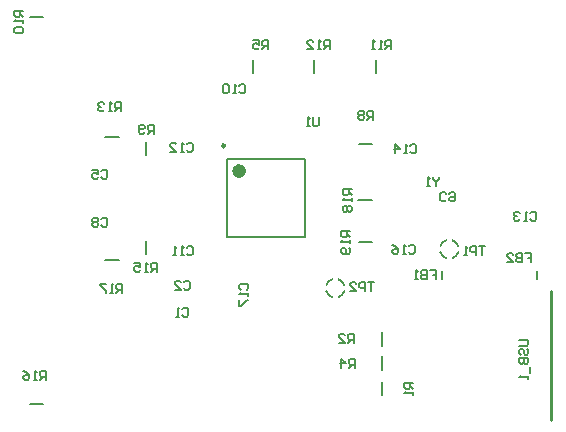
<source format=gbo>
%FSLAX24Y24*%
%MOIN*%
G70*
G01*
G75*
G04 Layer_Color=32896*
%ADD10R,0.0433X0.0492*%
%ADD11R,0.0512X0.0610*%
%ADD12R,0.0512X0.0394*%
%ADD13R,0.0866X0.0374*%
%ADD14R,0.0551X0.0472*%
%ADD15C,0.0120*%
%ADD16C,0.0100*%
%ADD17C,0.0340*%
%ADD18C,0.0532*%
%ADD19R,0.0532X0.0532*%
%ADD20C,0.0591*%
%ADD21R,0.0591X0.0591*%
%ADD22C,0.1100*%
%ADD23C,0.0540*%
%ADD24C,0.0787*%
%ADD25C,0.0689*%
%ADD26R,0.0866X0.0866*%
%ADD27C,0.1654*%
%ADD28C,0.1220*%
%ADD29C,0.0500*%
%ADD30C,0.0300*%
%ADD31C,0.0250*%
%ADD32R,0.0394X0.0512*%
%ADD33O,0.0217X0.0630*%
%ADD34O,0.0630X0.0217*%
%ADD35R,0.0433X0.0551*%
%ADD36R,0.0551X0.0433*%
%ADD37R,0.0472X0.0551*%
%ADD38R,0.0315X0.0354*%
%ADD39R,0.0980X0.0790*%
%ADD40R,0.0940X0.0200*%
%ADD41C,0.0200*%
%ADD42C,0.0150*%
%ADD43C,0.0500*%
%ADD44C,0.0079*%
%ADD45C,0.0050*%
%ADD46C,0.0059*%
%ADD47C,0.0059*%
%ADD48R,0.0513X0.0572*%
%ADD49R,0.0592X0.0690*%
%ADD50R,0.0592X0.0474*%
%ADD51R,0.0946X0.0454*%
%ADD52R,0.0631X0.0552*%
%ADD53C,0.0420*%
%ADD54C,0.0612*%
%ADD55R,0.0612X0.0612*%
%ADD56C,0.0671*%
%ADD57R,0.0671X0.0671*%
%ADD58C,0.1180*%
%ADD59C,0.0620*%
%ADD60C,0.0867*%
%ADD61C,0.0769*%
%ADD62R,0.0946X0.0946*%
%ADD63C,0.1734*%
%ADD64C,0.1300*%
%ADD65C,0.0580*%
%ADD66C,0.0380*%
%ADD67R,0.0474X0.0592*%
%ADD68O,0.0297X0.0710*%
%ADD69O,0.0710X0.0297*%
%ADD70R,0.0513X0.0631*%
%ADD71R,0.0631X0.0513*%
%ADD72R,0.0552X0.0631*%
%ADD73R,0.0395X0.0434*%
%ADD74R,0.1060X0.0870*%
%ADD75R,0.1020X0.0280*%
%ADD76C,0.0080*%
%ADD77C,0.0098*%
%ADD78C,0.0236*%
D16*
X40090Y28000D02*
Y32300D01*
D44*
X33683Y37200D02*
X34117D01*
X33683Y33950D02*
X34117D01*
X32200Y39583D02*
Y40017D01*
X29301Y36699D02*
X31899D01*
X29301Y34101D02*
X31899D01*
X29301D02*
Y36699D01*
X31899Y34101D02*
Y36699D01*
X34250Y39583D02*
Y40017D01*
X34450Y30464D02*
Y30936D01*
X39611Y32712D02*
Y32988D01*
X36449Y32712D02*
Y32988D01*
X34450Y29664D02*
Y30136D01*
Y28833D02*
Y29267D01*
X25214Y33350D02*
X25686D01*
X26600Y33527D02*
Y33960D01*
X25214Y37450D02*
X25686D01*
X26600Y36840D02*
Y37273D01*
X30150Y39583D02*
Y40017D01*
X33664Y35350D02*
X34136D01*
X22733Y28550D02*
X23167D01*
X22733Y41450D02*
X23167D01*
D45*
X27800Y31700D02*
X27850Y31750D01*
X27950D01*
X28000Y31700D01*
Y31500D01*
X27950Y31450D01*
X27850D01*
X27800Y31500D01*
X27700Y31450D02*
X27600D01*
X27650D01*
Y31750D01*
X27700Y31700D01*
X27850Y32600D02*
X27900Y32650D01*
X28000D01*
X28050Y32600D01*
Y32400D01*
X28000Y32350D01*
X27900D01*
X27850Y32400D01*
X27550Y32350D02*
X27750D01*
X27550Y32550D01*
Y32600D01*
X27600Y32650D01*
X27700D01*
X27750Y32600D01*
X25100Y36300D02*
X25150Y36350D01*
X25250D01*
X25300Y36300D01*
Y36100D01*
X25250Y36050D01*
X25150D01*
X25100Y36100D01*
X24800Y36350D02*
X25000D01*
Y36200D01*
X24900Y36250D01*
X24850D01*
X24800Y36200D01*
Y36100D01*
X24850Y36050D01*
X24950D01*
X25000Y36100D01*
X25100Y34700D02*
X25150Y34750D01*
X25250D01*
X25300Y34700D01*
Y34500D01*
X25250Y34450D01*
X25150D01*
X25100Y34500D01*
X25000Y34700D02*
X24950Y34750D01*
X24850D01*
X24800Y34700D01*
Y34650D01*
X24850Y34600D01*
X24800Y34550D01*
Y34500D01*
X24850Y34450D01*
X24950D01*
X25000Y34500D01*
Y34550D01*
X24950Y34600D01*
X25000Y34650D01*
Y34700D01*
X24950Y34600D02*
X24850D01*
X36600Y35340D02*
X36550Y35290D01*
X36450D01*
X36400Y35340D01*
Y35540D01*
X36450Y35590D01*
X36550D01*
X36600Y35540D01*
X36700D02*
X36750Y35590D01*
X36850D01*
X36900Y35540D01*
Y35340D01*
X36850Y35290D01*
X36750D01*
X36700Y35340D01*
Y35390D01*
X36750Y35440D01*
X36900D01*
X29700Y39150D02*
X29750Y39200D01*
X29850D01*
X29900Y39150D01*
Y38950D01*
X29850Y38900D01*
X29750D01*
X29700Y38950D01*
X29600Y38900D02*
X29500D01*
X29550D01*
Y39200D01*
X29600Y39150D01*
X29350D02*
X29300Y39200D01*
X29200D01*
X29150Y39150D01*
Y38950D01*
X29200Y38900D01*
X29300D01*
X29350Y38950D01*
Y39150D01*
X27950Y33750D02*
X28000Y33800D01*
X28100D01*
X28150Y33750D01*
Y33550D01*
X28100Y33500D01*
X28000D01*
X27950Y33550D01*
X27850Y33500D02*
X27750D01*
X27800D01*
Y33800D01*
X27850Y33750D01*
X27600Y33500D02*
X27500D01*
X27550D01*
Y33800D01*
X27600Y33750D01*
X27950Y37200D02*
X28000Y37250D01*
X28100D01*
X28150Y37200D01*
Y37000D01*
X28100Y36950D01*
X28000D01*
X27950Y37000D01*
X27850Y36950D02*
X27750D01*
X27800D01*
Y37250D01*
X27850Y37200D01*
X27400Y36950D02*
X27600D01*
X27400Y37150D01*
Y37200D01*
X27450Y37250D01*
X27550D01*
X27600Y37200D01*
X39400Y34900D02*
X39450Y34950D01*
X39550D01*
X39600Y34900D01*
Y34700D01*
X39550Y34650D01*
X39450D01*
X39400Y34700D01*
X39300Y34650D02*
X39200D01*
X39250D01*
Y34950D01*
X39300Y34900D01*
X39050D02*
X39000Y34950D01*
X38900D01*
X38850Y34900D01*
Y34850D01*
X38900Y34800D01*
X38950D01*
X38900D01*
X38850Y34750D01*
Y34700D01*
X38900Y34650D01*
X39000D01*
X39050Y34700D01*
X35400Y37150D02*
X35450Y37200D01*
X35550D01*
X35600Y37150D01*
Y36950D01*
X35550Y36900D01*
X35450D01*
X35400Y36950D01*
X35300Y36900D02*
X35200D01*
X35250D01*
Y37200D01*
X35300Y37150D01*
X34900Y36900D02*
Y37200D01*
X35050Y37050D01*
X34850D01*
X35350Y33800D02*
X35400Y33850D01*
X35500D01*
X35550Y33800D01*
Y33600D01*
X35500Y33550D01*
X35400D01*
X35350Y33600D01*
X35250Y33550D02*
X35150D01*
X35200D01*
Y33850D01*
X35250Y33800D01*
X34800Y33850D02*
X34900Y33800D01*
X35000Y33700D01*
Y33600D01*
X34950Y33550D01*
X34850D01*
X34800Y33600D01*
Y33650D01*
X34850Y33700D01*
X35000D01*
X29750Y32350D02*
X29700Y32400D01*
Y32500D01*
X29750Y32550D01*
X29950D01*
X30000Y32500D01*
Y32400D01*
X29950Y32350D01*
X30000Y32250D02*
Y32150D01*
Y32200D01*
X29700D01*
X29750Y32250D01*
X29700Y32000D02*
Y31800D01*
X29750D01*
X29950Y32000D01*
X30000D01*
X36050Y33000D02*
X36250D01*
Y32850D01*
X36150D01*
X36250D01*
Y32700D01*
X35950Y33000D02*
Y32700D01*
X35800D01*
X35750Y32750D01*
Y32800D01*
X35800Y32850D01*
X35950D01*
X35800D01*
X35750Y32900D01*
Y32950D01*
X35800Y33000D01*
X35950D01*
X35650Y32700D02*
X35550D01*
X35600D01*
Y33000D01*
X35650Y32950D01*
X39240Y33560D02*
X39440D01*
Y33410D01*
X39340D01*
X39440D01*
Y33260D01*
X39140Y33560D02*
Y33260D01*
X38990D01*
X38940Y33310D01*
Y33360D01*
X38990Y33410D01*
X39140D01*
X38990D01*
X38940Y33460D01*
Y33510D01*
X38990Y33560D01*
X39140D01*
X38640Y33260D02*
X38840D01*
X38640Y33460D01*
Y33510D01*
X38690Y33560D01*
X38790D01*
X38840Y33510D01*
X35500Y29250D02*
X35200D01*
Y29100D01*
X35250Y29050D01*
X35350D01*
X35400Y29100D01*
Y29250D01*
Y29150D02*
X35500Y29050D01*
Y28950D02*
Y28850D01*
Y28900D01*
X35200D01*
X35250Y28950D01*
X33525Y30575D02*
Y30875D01*
X33375D01*
X33325Y30825D01*
Y30725D01*
X33375Y30675D01*
X33525D01*
X33425D02*
X33325Y30575D01*
X33025D02*
X33225D01*
X33025Y30775D01*
Y30825D01*
X33075Y30875D01*
X33175D01*
X33225Y30825D01*
X33550Y29750D02*
Y30050D01*
X33400D01*
X33350Y30000D01*
Y29900D01*
X33400Y29850D01*
X33550D01*
X33450D02*
X33350Y29750D01*
X33100D02*
Y30050D01*
X33250Y29900D01*
X33050D01*
X30670Y40360D02*
Y40660D01*
X30520D01*
X30470Y40610D01*
Y40510D01*
X30520Y40460D01*
X30670D01*
X30570D02*
X30470Y40360D01*
X30170Y40660D02*
X30370D01*
Y40510D01*
X30270Y40560D01*
X30220D01*
X30170Y40510D01*
Y40410D01*
X30220Y40360D01*
X30320D01*
X30370Y40410D01*
X34160Y38020D02*
Y38320D01*
X34010D01*
X33960Y38270D01*
Y38170D01*
X34010Y38120D01*
X34160D01*
X34060D02*
X33960Y38020D01*
X33860Y38270D02*
X33810Y38320D01*
X33710D01*
X33660Y38270D01*
Y38220D01*
X33710Y38170D01*
X33660Y38120D01*
Y38070D01*
X33710Y38020D01*
X33810D01*
X33860Y38070D01*
Y38120D01*
X33810Y38170D01*
X33860Y38220D01*
Y38270D01*
X33810Y38170D02*
X33710D01*
X26850Y37550D02*
Y37850D01*
X26700D01*
X26650Y37800D01*
Y37700D01*
X26700Y37650D01*
X26850D01*
X26750D02*
X26650Y37550D01*
X26550Y37600D02*
X26500Y37550D01*
X26400D01*
X26350Y37600D01*
Y37800D01*
X26400Y37850D01*
X26500D01*
X26550Y37800D01*
Y37750D01*
X26500Y37700D01*
X26350D01*
X22500Y41650D02*
X22200D01*
Y41500D01*
X22250Y41450D01*
X22350D01*
X22400Y41500D01*
Y41650D01*
Y41550D02*
X22500Y41450D01*
Y41350D02*
Y41250D01*
Y41300D01*
X22200D01*
X22250Y41350D01*
Y41100D02*
X22200Y41050D01*
Y40950D01*
X22250Y40900D01*
X22450D01*
X22500Y40950D01*
Y41050D01*
X22450Y41100D01*
X22250D01*
X34770Y40360D02*
Y40660D01*
X34620D01*
X34570Y40610D01*
Y40510D01*
X34620Y40460D01*
X34770D01*
X34670D02*
X34570Y40360D01*
X34470D02*
X34370D01*
X34420D01*
Y40660D01*
X34470Y40610D01*
X34220Y40360D02*
X34120D01*
X34170D01*
Y40660D01*
X34220Y40610D01*
X32720Y40360D02*
Y40660D01*
X32570D01*
X32520Y40610D01*
Y40510D01*
X32570Y40460D01*
X32720D01*
X32620D02*
X32520Y40360D01*
X32420D02*
X32320D01*
X32370D01*
Y40660D01*
X32420Y40610D01*
X31970Y40360D02*
X32170D01*
X31970Y40560D01*
Y40610D01*
X32020Y40660D01*
X32120D01*
X32170Y40610D01*
X25750Y38300D02*
Y38600D01*
X25600D01*
X25550Y38550D01*
Y38450D01*
X25600Y38400D01*
X25750D01*
X25650D02*
X25550Y38300D01*
X25450D02*
X25350D01*
X25400D01*
Y38600D01*
X25450Y38550D01*
X25200D02*
X25150Y38600D01*
X25050D01*
X25000Y38550D01*
Y38500D01*
X25050Y38450D01*
X25100D01*
X25050D01*
X25000Y38400D01*
Y38350D01*
X25050Y38300D01*
X25150D01*
X25200Y38350D01*
X26950Y32950D02*
Y33250D01*
X26800D01*
X26750Y33200D01*
Y33100D01*
X26800Y33050D01*
X26950D01*
X26850D02*
X26750Y32950D01*
X26650D02*
X26550D01*
X26600D01*
Y33250D01*
X26650Y33200D01*
X26200Y33250D02*
X26400D01*
Y33100D01*
X26300Y33150D01*
X26250D01*
X26200Y33100D01*
Y33000D01*
X26250Y32950D01*
X26350D01*
X26400Y33000D01*
X23250Y29350D02*
Y29650D01*
X23100D01*
X23050Y29600D01*
Y29500D01*
X23100Y29450D01*
X23250D01*
X23150D02*
X23050Y29350D01*
X22950D02*
X22850D01*
X22900D01*
Y29650D01*
X22950Y29600D01*
X22500Y29650D02*
X22600Y29600D01*
X22700Y29500D01*
Y29400D01*
X22650Y29350D01*
X22550D01*
X22500Y29400D01*
Y29450D01*
X22550Y29500D01*
X22700D01*
X25800Y32250D02*
Y32550D01*
X25650D01*
X25600Y32500D01*
Y32400D01*
X25650Y32350D01*
X25800D01*
X25700D02*
X25600Y32250D01*
X25500D02*
X25400D01*
X25450D01*
Y32550D01*
X25500Y32500D01*
X25250Y32550D02*
X25050D01*
Y32500D01*
X25250Y32300D01*
Y32250D01*
X33450Y35700D02*
X33150D01*
Y35550D01*
X33200Y35500D01*
X33300D01*
X33350Y35550D01*
Y35700D01*
Y35600D02*
X33450Y35500D01*
Y35400D02*
Y35300D01*
Y35350D01*
X33150D01*
X33200Y35400D01*
Y35150D02*
X33150Y35100D01*
Y35000D01*
X33200Y34950D01*
X33250D01*
X33300Y35000D01*
X33350Y34950D01*
X33400D01*
X33450Y35000D01*
Y35100D01*
X33400Y35150D01*
X33350D01*
X33300Y35100D01*
X33250Y35150D01*
X33200D01*
X33300Y35100D02*
Y35000D01*
X33400Y34300D02*
X33100D01*
Y34150D01*
X33150Y34100D01*
X33250D01*
X33300Y34150D01*
Y34300D01*
Y34200D02*
X33400Y34100D01*
Y34000D02*
Y33900D01*
Y33950D01*
X33100D01*
X33150Y34000D01*
X33350Y33750D02*
X33400Y33700D01*
Y33600D01*
X33350Y33550D01*
X33150D01*
X33100Y33600D01*
Y33700D01*
X33150Y33750D01*
X33200D01*
X33250Y33700D01*
Y33550D01*
X37900Y33800D02*
X37700D01*
X37800D01*
Y33500D01*
X37600D02*
Y33800D01*
X37450D01*
X37400Y33750D01*
Y33650D01*
X37450Y33600D01*
X37600D01*
X37300Y33500D02*
X37200D01*
X37250D01*
Y33800D01*
X37300Y33750D01*
X34200Y32600D02*
X34000D01*
X34100D01*
Y32300D01*
X33900D02*
Y32600D01*
X33750D01*
X33700Y32550D01*
Y32450D01*
X33750Y32400D01*
X33900D01*
X33400Y32300D02*
X33600D01*
X33400Y32500D01*
Y32550D01*
X33450Y32600D01*
X33550D01*
X33600Y32550D01*
X32350Y38100D02*
Y37850D01*
X32300Y37800D01*
X32200D01*
X32150Y37850D01*
Y38100D01*
X32050Y37800D02*
X31950D01*
X32000D01*
Y38100D01*
X32050Y38050D01*
X39030Y30680D02*
X39280D01*
X39330Y30630D01*
Y30530D01*
X39280Y30480D01*
X39030D01*
X39080Y30180D02*
X39030Y30230D01*
Y30330D01*
X39080Y30380D01*
X39130D01*
X39180Y30330D01*
Y30230D01*
X39230Y30180D01*
X39280D01*
X39330Y30230D01*
Y30330D01*
X39280Y30380D01*
X39030Y30080D02*
X39330D01*
Y29930D01*
X39280Y29880D01*
X39230D01*
X39180Y29930D01*
Y30080D01*
Y29930D01*
X39130Y29880D01*
X39080D01*
X39030Y29930D01*
Y30080D01*
X39380Y29780D02*
Y29580D01*
X39330Y29480D02*
Y29380D01*
Y29430D01*
X39030D01*
X39080Y29480D01*
X36353Y36099D02*
Y36049D01*
X36253Y35949D01*
X36153Y36049D01*
Y36099D01*
X36253Y35949D02*
Y35799D01*
X36053D02*
X35953D01*
X36003D01*
Y36099D01*
X36053Y36049D01*
D76*
X33000Y32100D02*
G03*
X33200Y32300I-100J300D01*
G01*
X32600D02*
G03*
X32800Y32100I300J100D01*
G01*
Y32700D02*
G03*
X32600Y32500I100J-300D01*
G01*
X33200D02*
G03*
X33000Y32700I-300J-100D01*
G01*
X37000Y33800D02*
G03*
X36800Y34000I-300J-100D01*
G01*
Y33400D02*
G03*
X37000Y33600I-100J300D01*
G01*
X36400D02*
G03*
X36600Y33400I300J100D01*
G01*
Y34000D02*
G03*
X36400Y33800I100J-300D01*
G01*
D77*
X29222Y37152D02*
G03*
X29222Y37152I-49J0D01*
G01*
D78*
X29813Y36306D02*
G03*
X29813Y36306I-118J0D01*
G01*
M02*

</source>
